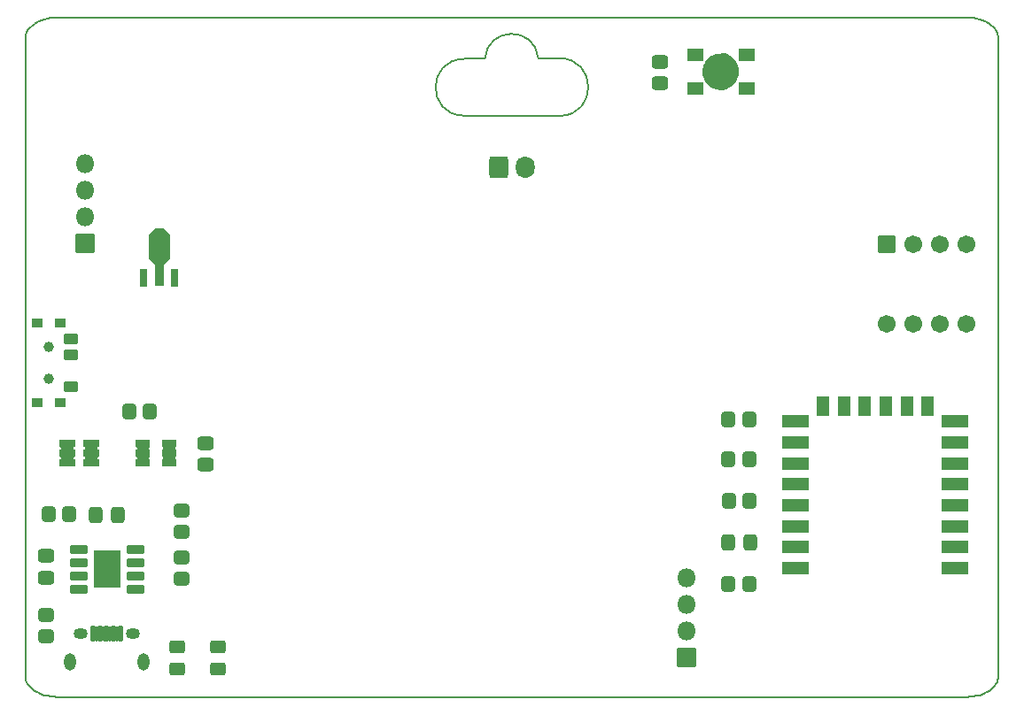
<source format=gbs>
G04 #@! TF.GenerationSoftware,KiCad,Pcbnew,(6.0.0)*
G04 #@! TF.CreationDate,2022-02-16T09:51:19+01:00*
G04 #@! TF.ProjectId,drawing.kicad_v2_pcb,64726177-696e-4672-9e6b-696361645f76,v2.1*
G04 #@! TF.SameCoordinates,Original*
G04 #@! TF.FileFunction,Soldermask,Bot*
G04 #@! TF.FilePolarity,Negative*
%FSLAX46Y46*%
G04 Gerber Fmt 4.6, Leading zero omitted, Abs format (unit mm)*
G04 Created by KiCad (PCBNEW (6.0.0)) date 2022-02-16 09:51:19*
%MOMM*%
%LPD*%
G01*
G04 APERTURE LIST*
G04 Aperture macros list*
%AMRoundRect*
0 Rectangle with rounded corners*
0 $1 Rounding radius*
0 $2 $3 $4 $5 $6 $7 $8 $9 X,Y pos of 4 corners*
0 Add a 4 corners polygon primitive as box body*
4,1,4,$2,$3,$4,$5,$6,$7,$8,$9,$2,$3,0*
0 Add four circle primitives for the rounded corners*
1,1,$1+$1,$2,$3*
1,1,$1+$1,$4,$5*
1,1,$1+$1,$6,$7*
1,1,$1+$1,$8,$9*
0 Add four rect primitives between the rounded corners*
20,1,$1+$1,$2,$3,$4,$5,0*
20,1,$1+$1,$4,$5,$6,$7,0*
20,1,$1+$1,$6,$7,$8,$9,0*
20,1,$1+$1,$8,$9,$2,$3,0*%
%AMFreePoly0*
4,1,17,0.450135,1.735921,1.035921,1.150135,1.050800,1.114214,1.050800,-1.114214,1.035921,-1.150135,0.450135,-1.735921,0.414214,-1.750800,-0.414214,-1.750800,-0.450135,-1.735921,-1.035921,-1.150135,-1.050800,-1.114214,-1.050800,1.114214,-1.035921,1.150135,-0.450135,1.735921,-0.414214,1.750800,0.414214,1.750800,0.450135,1.735921,0.450135,1.735921,$1*%
G04 Aperture macros list end*
G04 #@! TA.AperFunction,Profile*
%ADD10C,0.150000*%
G04 #@! TD*
%ADD11C,0.200000*%
G04 #@! TA.AperFunction,Profile*
%ADD12C,0.200000*%
G04 #@! TD*
%ADD13RoundRect,0.300800X-0.600000X-0.750000X0.600000X-0.750000X0.600000X0.750000X-0.600000X0.750000X0*%
%ADD14O,1.801600X2.101600*%
%ADD15RoundRect,0.050800X0.850000X0.850000X-0.850000X0.850000X-0.850000X-0.850000X0.850000X-0.850000X0*%
%ADD16O,1.801600X1.801600*%
%ADD17RoundRect,0.050800X0.200000X0.675000X-0.200000X0.675000X-0.200000X-0.675000X0.200000X-0.675000X0*%
%ADD18O,1.351600X1.051600*%
%ADD19O,1.101600X1.651600*%
%ADD20RoundRect,0.300800X0.350000X0.450000X-0.350000X0.450000X-0.350000X-0.450000X0.350000X-0.450000X0*%
%ADD21C,1.001600*%
%ADD22RoundRect,0.050800X0.625000X-0.450000X0.625000X0.450000X-0.625000X0.450000X-0.625000X-0.450000X0*%
%ADD23RoundRect,0.050800X0.450000X-0.400000X0.450000X0.400000X-0.450000X0.400000X-0.450000X-0.400000X0*%
%ADD24RoundRect,0.300800X0.450000X-0.350000X0.450000X0.350000X-0.450000X0.350000X-0.450000X-0.350000X0*%
%ADD25RoundRect,0.050800X-0.762500X0.350000X-0.762500X-0.350000X0.762500X-0.350000X0.762500X0.350000X0*%
%ADD26RoundRect,0.050800X-1.256500X-1.701000X1.256500X-1.701000X1.256500X1.701000X-1.256500X1.701000X0*%
%ADD27RoundRect,0.050800X-0.700000X0.300000X-0.700000X-0.300000X0.700000X-0.300000X0.700000X0.300000X0*%
%ADD28RoundRect,0.050800X-0.800000X0.800000X-0.800000X-0.800000X0.800000X-0.800000X0.800000X0.800000X0*%
%ADD29C,1.701600*%
%ADD30RoundRect,0.050800X0.299999X0.799999X-0.299999X0.799999X-0.299999X-0.799999X0.299999X-0.799999X0*%
%ADD31RoundRect,0.050800X0.350000X1.000000X-0.350000X1.000000X-0.350000X-1.000000X0.350000X-1.000000X0*%
%ADD32FreePoly0,180.000000*%
%ADD33RoundRect,0.050800X-1.250000X-0.500000X1.250000X-0.500000X1.250000X0.500000X-1.250000X0.500000X0*%
%ADD34RoundRect,0.050800X-0.500000X-0.900000X0.500000X-0.900000X0.500000X0.900000X-0.500000X0.900000X0*%
%ADD35RoundRect,0.050800X0.750000X0.500000X-0.750000X0.500000X-0.750000X-0.500000X0.750000X-0.500000X0*%
%ADD36RoundRect,0.300800X0.475000X-0.337500X0.475000X0.337500X-0.475000X0.337500X-0.475000X-0.337500X0*%
%ADD37RoundRect,0.300800X-0.450000X0.325000X-0.450000X-0.325000X0.450000X-0.325000X0.450000X0.325000X0*%
%ADD38RoundRect,0.300800X0.337500X0.475000X-0.337500X0.475000X-0.337500X-0.475000X0.337500X-0.475000X0*%
%ADD39RoundRect,0.050800X-0.600000X0.325000X-0.600000X-0.325000X0.600000X-0.325000X0.600000X0.325000X0*%
%ADD40RoundRect,0.050800X-0.850000X-0.850000X0.850000X-0.850000X0.850000X0.850000X-0.850000X0.850000X0*%
%ADD41RoundRect,0.300800X-0.350000X-0.450000X0.350000X-0.450000X0.350000X0.450000X-0.350000X0.450000X0*%
G04 APERTURE END LIST*
D10*
X157096620Y-70834873D02*
X147866620Y-70804873D01*
X147916669Y-65364807D02*
X149926620Y-65364873D01*
X157036620Y-65324874D02*
X155026620Y-65314873D01*
X155026619Y-65314873D02*
G75*
G03*
X149926620Y-65364873I-2548019J-227008D01*
G01*
X147916669Y-65394800D02*
G75*
G03*
X147866620Y-70804873I0J-2705268D01*
G01*
X157096620Y-70834872D02*
G75*
G03*
X157036620Y-65324874I-41644J2754872D01*
G01*
D11*
X199009991Y-124410835D02*
X198994558Y-124617854D01*
X198949252Y-124818762D01*
X198875557Y-125012559D01*
X198774959Y-125198246D01*
X198648943Y-125374823D01*
X198498994Y-125541290D01*
X198326598Y-125696648D01*
X198133240Y-125839897D01*
X197920406Y-125970037D01*
X197689580Y-126086068D01*
X197442248Y-126186991D01*
X197179896Y-126271807D01*
X196904009Y-126339514D01*
X196616072Y-126389115D01*
X196317570Y-126419608D01*
X196009990Y-126429995D01*
X196009990Y-61430000D02*
X196317570Y-61440386D01*
X196616072Y-61470880D01*
X196904009Y-61520480D01*
X197179896Y-61588188D01*
X197442248Y-61673004D01*
X197689580Y-61773927D01*
X197920406Y-61889959D01*
X198133240Y-62020099D01*
X198326598Y-62163348D01*
X198498994Y-62318706D01*
X198648943Y-62485173D01*
X198774959Y-62661750D01*
X198875557Y-62847436D01*
X198949252Y-63041233D01*
X198994558Y-63242140D01*
X199009991Y-63449159D01*
D12*
X109010000Y-61430000D02*
X109010000Y-61430000D01*
D11*
X109010000Y-126429995D02*
X108702419Y-126419608D01*
X108403917Y-126389115D01*
X108115979Y-126339514D01*
X107840092Y-126271807D01*
X107577739Y-126186991D01*
X107330408Y-126086068D01*
X107099582Y-125970037D01*
X106886747Y-125839897D01*
X106693389Y-125696648D01*
X106520992Y-125541290D01*
X106371043Y-125374823D01*
X106245027Y-125198246D01*
X106144429Y-125012559D01*
X106070734Y-124818762D01*
X106025428Y-124617854D01*
X106009996Y-124410835D01*
D12*
X196009990Y-126429995D02*
X109010000Y-126429995D01*
X199009991Y-63449159D02*
X199009991Y-124410835D01*
D11*
X106009996Y-63449159D02*
X106025428Y-63242140D01*
X106070734Y-63041233D01*
X106144429Y-62847436D01*
X106245027Y-62661750D01*
X106371043Y-62485173D01*
X106520992Y-62318706D01*
X106693389Y-62163348D01*
X106886747Y-62020099D01*
X107099582Y-61889959D01*
X107330408Y-61773927D01*
X107577739Y-61673004D01*
X107840092Y-61588188D01*
X108115979Y-61520480D01*
X108403917Y-61470880D01*
X108702419Y-61440386D01*
X109010000Y-61430000D01*
D12*
X106009996Y-124410835D02*
X106009996Y-63449159D01*
X109010000Y-61430000D02*
X196009990Y-61430000D01*
D10*
X157096620Y-70834873D02*
X147866620Y-70804873D01*
X147916669Y-65364807D02*
X149926620Y-65364873D01*
X157036620Y-65324874D02*
X155026620Y-65314873D01*
X155026619Y-65314873D02*
G75*
G03*
X149926620Y-65364873I-2548019J-227008D01*
G01*
X147916669Y-65394800D02*
G75*
G03*
X147866620Y-70804873I0J-2705268D01*
G01*
X157096620Y-70834872D02*
G75*
G03*
X157036620Y-65324874I-41644J2754872D01*
G01*
D11*
X199009991Y-124410835D02*
X198994558Y-124617854D01*
X198949252Y-124818762D01*
X198875557Y-125012559D01*
X198774959Y-125198246D01*
X198648943Y-125374823D01*
X198498994Y-125541290D01*
X198326598Y-125696648D01*
X198133240Y-125839897D01*
X197920406Y-125970037D01*
X197689580Y-126086068D01*
X197442248Y-126186991D01*
X197179896Y-126271807D01*
X196904009Y-126339514D01*
X196616072Y-126389115D01*
X196317570Y-126419608D01*
X196009990Y-126429995D01*
X196009990Y-61430000D02*
X196317570Y-61440386D01*
X196616072Y-61470880D01*
X196904009Y-61520480D01*
X197179896Y-61588188D01*
X197442248Y-61673004D01*
X197689580Y-61773927D01*
X197920406Y-61889959D01*
X198133240Y-62020099D01*
X198326598Y-62163348D01*
X198498994Y-62318706D01*
X198648943Y-62485173D01*
X198774959Y-62661750D01*
X198875557Y-62847436D01*
X198949252Y-63041233D01*
X198994558Y-63242140D01*
X199009991Y-63449159D01*
D12*
X109010000Y-61430000D02*
X109010000Y-61430000D01*
D11*
X109010000Y-126429995D02*
X108702419Y-126419608D01*
X108403917Y-126389115D01*
X108115979Y-126339514D01*
X107840092Y-126271807D01*
X107577739Y-126186991D01*
X107330408Y-126086068D01*
X107099582Y-125970037D01*
X106886747Y-125839897D01*
X106693389Y-125696648D01*
X106520992Y-125541290D01*
X106371043Y-125374823D01*
X106245027Y-125198246D01*
X106144429Y-125012559D01*
X106070734Y-124818762D01*
X106025428Y-124617854D01*
X106009996Y-124410835D01*
D12*
X196009990Y-126429995D02*
X109010000Y-126429995D01*
X199009991Y-63449159D02*
X199009991Y-124410835D01*
D11*
X106009996Y-63449159D02*
X106025428Y-63242140D01*
X106070734Y-63041233D01*
X106144429Y-62847436D01*
X106245027Y-62661750D01*
X106371043Y-62485173D01*
X106520992Y-62318706D01*
X106693389Y-62163348D01*
X106886747Y-62020099D01*
X107099582Y-61889959D01*
X107330408Y-61773927D01*
X107577739Y-61673004D01*
X107840092Y-61588188D01*
X108115979Y-61520480D01*
X108403917Y-61470880D01*
X108702419Y-61440386D01*
X109010000Y-61430000D01*
D12*
X106009996Y-124410835D02*
X106009996Y-63449159D01*
X109010000Y-61430000D02*
X196009990Y-61430000D01*
D13*
X151250000Y-75760000D03*
D14*
X153750000Y-75760000D03*
D15*
X111709200Y-83058000D03*
D16*
X111709200Y-80518000D03*
X111709200Y-77978000D03*
X111709200Y-75438000D03*
D17*
X115076760Y-120398540D03*
X114426760Y-120398540D03*
X113776760Y-120398540D03*
X113126760Y-120398540D03*
X112476760Y-120398540D03*
D18*
X116276760Y-120398540D03*
X111276760Y-120398540D03*
D19*
X117276760Y-123098540D03*
X110276760Y-123098540D03*
D20*
X175218600Y-107645200D03*
X173218600Y-107645200D03*
X110200000Y-108900000D03*
X108200000Y-108900000D03*
D21*
X108264000Y-95962600D03*
X108264000Y-92962600D03*
D22*
X110339000Y-96712600D03*
X110339000Y-93712600D03*
X110339000Y-92212600D03*
D23*
X109364000Y-98262600D03*
X107164000Y-98262600D03*
X107164000Y-90662600D03*
X109364000Y-90662600D03*
D24*
X120900000Y-115100000D03*
X120900000Y-113100000D03*
D25*
X111088000Y-116105000D03*
X111088000Y-114835000D03*
X111088000Y-113565000D03*
X111088000Y-112295000D03*
X116512000Y-112295000D03*
X116512000Y-113565000D03*
X116512000Y-114835000D03*
X116512000Y-116105000D03*
D26*
X113800000Y-114200000D03*
D27*
X110000000Y-104050000D03*
X110000000Y-103100000D03*
X110000000Y-102150000D03*
X112300000Y-104050000D03*
X112300000Y-103100000D03*
X112300000Y-102150000D03*
D28*
X188325600Y-83083400D03*
D29*
X190865600Y-83083400D03*
X193405600Y-83083400D03*
X195945600Y-83083400D03*
X195945600Y-90703400D03*
X193405600Y-90703400D03*
X190865600Y-90703400D03*
X188325600Y-90703400D03*
D20*
X117900000Y-99100000D03*
X115900000Y-99100000D03*
D30*
X120300000Y-86299999D03*
D31*
X118800001Y-86099999D03*
D32*
X118800000Y-83400000D03*
D30*
X117300000Y-86299999D03*
D33*
X179648800Y-114084400D03*
X179648800Y-112084400D03*
X179648800Y-110084400D03*
X179648800Y-108084400D03*
X179648800Y-106084400D03*
X179648800Y-104084400D03*
X179648800Y-102084400D03*
X179648800Y-100084400D03*
D34*
X182248800Y-98584400D03*
X184248800Y-98584400D03*
X186248800Y-98584400D03*
X188248800Y-98584400D03*
X190248800Y-98584400D03*
X192248800Y-98584400D03*
D33*
X194848800Y-100084400D03*
X194848800Y-102084400D03*
X194848800Y-104084400D03*
X194848800Y-106084400D03*
X194848800Y-108084400D03*
X194848800Y-110084400D03*
X194848800Y-112084400D03*
X194848800Y-114084400D03*
D35*
X174916000Y-68198800D03*
X174916000Y-64998800D03*
X170016000Y-64998800D03*
X170016000Y-68198800D03*
D36*
X123200000Y-104237500D03*
X123200000Y-102162500D03*
D20*
X175200000Y-115600000D03*
X173200000Y-115600000D03*
D37*
X120500000Y-121675000D03*
X120500000Y-123725000D03*
D38*
X114837500Y-109000000D03*
X112762500Y-109000000D03*
D24*
X120900000Y-110600000D03*
X120900000Y-108600000D03*
D39*
X117250000Y-104050000D03*
X117250000Y-103100000D03*
X117250000Y-102150000D03*
X119750000Y-102150000D03*
X119750000Y-103100000D03*
X119750000Y-104050000D03*
D36*
X108000000Y-115037500D03*
X108000000Y-112962500D03*
D37*
X124400000Y-121675000D03*
X124400000Y-123725000D03*
D40*
X169195200Y-122645800D03*
D16*
X169195200Y-120105800D03*
X169195200Y-117565800D03*
X169195200Y-115025800D03*
D41*
X173193200Y-103733600D03*
X175193200Y-103733600D03*
X173167800Y-99898200D03*
X175167800Y-99898200D03*
D38*
X175256100Y-111683800D03*
X173181100Y-111683800D03*
D36*
X166640000Y-67727500D03*
X166640000Y-65652500D03*
D24*
X108000000Y-120600000D03*
X108000000Y-118600000D03*
G36*
X172887058Y-64871879D02*
G01*
X173269815Y-65039919D01*
X173270338Y-65040150D01*
X173343978Y-65072879D01*
X173373467Y-65091223D01*
X173650960Y-65322466D01*
X173667490Y-65339078D01*
X173976085Y-65713133D01*
X173997419Y-65750570D01*
X174201815Y-66317306D01*
X174209222Y-66364115D01*
X174190734Y-66937248D01*
X174181353Y-66981056D01*
X173967012Y-67502931D01*
X173948392Y-67534340D01*
X173633552Y-67923259D01*
X173601655Y-67951289D01*
X173120357Y-68247473D01*
X173076471Y-68264202D01*
X172557794Y-68356823D01*
X172522029Y-68358047D01*
X172095233Y-68311656D01*
X172065606Y-68304741D01*
X171581768Y-68127954D01*
X171542489Y-68104824D01*
X171122238Y-67740607D01*
X171100843Y-67716646D01*
X170880016Y-67394606D01*
X170864398Y-67363194D01*
X170764044Y-67062130D01*
X170758476Y-67037298D01*
X170702546Y-66571217D01*
X170704591Y-66529132D01*
X170806985Y-66063704D01*
X170815954Y-66037298D01*
X170953586Y-65743684D01*
X170969473Y-65718217D01*
X171352758Y-65241447D01*
X171394610Y-65207695D01*
X171986178Y-64911911D01*
X172036604Y-64898748D01*
X172830484Y-64861389D01*
X172887058Y-64871879D01*
G37*
G36*
X114017279Y-119691175D02*
G01*
X114031072Y-119700391D01*
X114032195Y-119698711D01*
X114033989Y-119697826D01*
X114035140Y-119698287D01*
X114052711Y-119712969D01*
X114121429Y-119721596D01*
X114169260Y-119698708D01*
X114171254Y-119698862D01*
X114171786Y-119699401D01*
X114172448Y-119700391D01*
X114186241Y-119691174D01*
X114188237Y-119691043D01*
X114189348Y-119692706D01*
X114189015Y-119693948D01*
X114181712Y-119704879D01*
X114177960Y-119723739D01*
X114177960Y-121073341D01*
X114181712Y-121092201D01*
X114189015Y-121103131D01*
X114189146Y-121105127D01*
X114187483Y-121106238D01*
X114186241Y-121105905D01*
X114172448Y-121096689D01*
X114171325Y-121098369D01*
X114169531Y-121099254D01*
X114168380Y-121098793D01*
X114150809Y-121084111D01*
X114082091Y-121075484D01*
X114034260Y-121098372D01*
X114032266Y-121098218D01*
X114031734Y-121097679D01*
X114031072Y-121096689D01*
X114017279Y-121105906D01*
X114015283Y-121106037D01*
X114014172Y-121104374D01*
X114014505Y-121103132D01*
X114021808Y-121092201D01*
X114025560Y-121073341D01*
X114025560Y-119723739D01*
X114021808Y-119704879D01*
X114014505Y-119693949D01*
X114014374Y-119691953D01*
X114016037Y-119690842D01*
X114017279Y-119691175D01*
G37*
G36*
X114667279Y-119691175D02*
G01*
X114681072Y-119700391D01*
X114682195Y-119698711D01*
X114683989Y-119697826D01*
X114685140Y-119698287D01*
X114702711Y-119712969D01*
X114771429Y-119721596D01*
X114819260Y-119698708D01*
X114821254Y-119698862D01*
X114821786Y-119699401D01*
X114822448Y-119700391D01*
X114836241Y-119691174D01*
X114838237Y-119691043D01*
X114839348Y-119692706D01*
X114839015Y-119693948D01*
X114831712Y-119704879D01*
X114827960Y-119723739D01*
X114827960Y-121073341D01*
X114831712Y-121092201D01*
X114839015Y-121103131D01*
X114839146Y-121105127D01*
X114837483Y-121106238D01*
X114836241Y-121105905D01*
X114822448Y-121096689D01*
X114821325Y-121098369D01*
X114819531Y-121099254D01*
X114818380Y-121098793D01*
X114800809Y-121084111D01*
X114732091Y-121075484D01*
X114684260Y-121098372D01*
X114682266Y-121098218D01*
X114681734Y-121097679D01*
X114681072Y-121096689D01*
X114667279Y-121105906D01*
X114665283Y-121106037D01*
X114664172Y-121104374D01*
X114664505Y-121103132D01*
X114671808Y-121092201D01*
X114675560Y-121073341D01*
X114675560Y-119723739D01*
X114671808Y-119704879D01*
X114664505Y-119693949D01*
X114664374Y-119691953D01*
X114666037Y-119690842D01*
X114667279Y-119691175D01*
G37*
G36*
X113367279Y-119691175D02*
G01*
X113381072Y-119700391D01*
X113382195Y-119698711D01*
X113383989Y-119697826D01*
X113385140Y-119698287D01*
X113402711Y-119712969D01*
X113471429Y-119721596D01*
X113519260Y-119698708D01*
X113521254Y-119698862D01*
X113521786Y-119699401D01*
X113522448Y-119700391D01*
X113536241Y-119691174D01*
X113538237Y-119691043D01*
X113539348Y-119692706D01*
X113539015Y-119693948D01*
X113531712Y-119704879D01*
X113527960Y-119723739D01*
X113527960Y-121073341D01*
X113531712Y-121092201D01*
X113539015Y-121103131D01*
X113539146Y-121105127D01*
X113537483Y-121106238D01*
X113536241Y-121105905D01*
X113522448Y-121096689D01*
X113521325Y-121098369D01*
X113519531Y-121099254D01*
X113518380Y-121098793D01*
X113500809Y-121084111D01*
X113432091Y-121075484D01*
X113384260Y-121098372D01*
X113382266Y-121098218D01*
X113381734Y-121097679D01*
X113381072Y-121096689D01*
X113367279Y-121105906D01*
X113365283Y-121106037D01*
X113364172Y-121104374D01*
X113364505Y-121103132D01*
X113371808Y-121092201D01*
X113375560Y-121073341D01*
X113375560Y-119723739D01*
X113371808Y-119704879D01*
X113364505Y-119693949D01*
X113364374Y-119691953D01*
X113366037Y-119690842D01*
X113367279Y-119691175D01*
G37*
G36*
X112717279Y-119691175D02*
G01*
X112731072Y-119700391D01*
X112732195Y-119698711D01*
X112733989Y-119697826D01*
X112735140Y-119698287D01*
X112752711Y-119712969D01*
X112821429Y-119721596D01*
X112869260Y-119698708D01*
X112871254Y-119698862D01*
X112871786Y-119699401D01*
X112872448Y-119700391D01*
X112886241Y-119691174D01*
X112888237Y-119691043D01*
X112889348Y-119692706D01*
X112889015Y-119693948D01*
X112881712Y-119704879D01*
X112877960Y-119723739D01*
X112877960Y-121073341D01*
X112881712Y-121092201D01*
X112889015Y-121103131D01*
X112889146Y-121105127D01*
X112887483Y-121106238D01*
X112886241Y-121105905D01*
X112872448Y-121096689D01*
X112871325Y-121098369D01*
X112869531Y-121099254D01*
X112868380Y-121098793D01*
X112850809Y-121084111D01*
X112782091Y-121075484D01*
X112734260Y-121098372D01*
X112732266Y-121098218D01*
X112731734Y-121097679D01*
X112731072Y-121096689D01*
X112717279Y-121105906D01*
X112715283Y-121106037D01*
X112714172Y-121104374D01*
X112714505Y-121103132D01*
X112721808Y-121092201D01*
X112725560Y-121073341D01*
X112725560Y-119723739D01*
X112721808Y-119704879D01*
X112714505Y-119693949D01*
X112714374Y-119691953D01*
X112716037Y-119690842D01*
X112717279Y-119691175D01*
G37*
G36*
X112989413Y-103449800D02*
G01*
X112989413Y-103451800D01*
X112988071Y-103452762D01*
X112980301Y-103454307D01*
X112918668Y-103486546D01*
X112884394Y-103546730D01*
X112888100Y-103615888D01*
X112928642Y-103672112D01*
X112980244Y-103695679D01*
X112988081Y-103697238D01*
X112989585Y-103698557D01*
X112989195Y-103700519D01*
X112987691Y-103701200D01*
X111612319Y-103701200D01*
X111610587Y-103700200D01*
X111610587Y-103698200D01*
X111611929Y-103697238D01*
X111619699Y-103695693D01*
X111681332Y-103663454D01*
X111715606Y-103603270D01*
X111711900Y-103534112D01*
X111671358Y-103477888D01*
X111619756Y-103454321D01*
X111611919Y-103452762D01*
X111610415Y-103451443D01*
X111610805Y-103449481D01*
X111612309Y-103448800D01*
X112987681Y-103448800D01*
X112989413Y-103449800D01*
G37*
G36*
X110689413Y-103449800D02*
G01*
X110689413Y-103451800D01*
X110688071Y-103452762D01*
X110680301Y-103454307D01*
X110618668Y-103486546D01*
X110584394Y-103546730D01*
X110588100Y-103615888D01*
X110628642Y-103672112D01*
X110680244Y-103695679D01*
X110688081Y-103697238D01*
X110689585Y-103698557D01*
X110689195Y-103700519D01*
X110687691Y-103701200D01*
X109312319Y-103701200D01*
X109310587Y-103700200D01*
X109310587Y-103698200D01*
X109311929Y-103697238D01*
X109319699Y-103695693D01*
X109381332Y-103663454D01*
X109415606Y-103603270D01*
X109411900Y-103534112D01*
X109371358Y-103477888D01*
X109319756Y-103454321D01*
X109311919Y-103452762D01*
X109310415Y-103451443D01*
X109310805Y-103449481D01*
X109312309Y-103448800D01*
X110687681Y-103448800D01*
X110689413Y-103449800D01*
G37*
G36*
X117866447Y-103471509D02*
G01*
X117866837Y-103473471D01*
X117866478Y-103474111D01*
X117823159Y-103525944D01*
X117814526Y-103594660D01*
X117844490Y-103657290D01*
X117865525Y-103675517D01*
X117866179Y-103677407D01*
X117864869Y-103678918D01*
X117863825Y-103678990D01*
X117849801Y-103676200D01*
X116650199Y-103676200D01*
X116635447Y-103679134D01*
X116633553Y-103678491D01*
X116633163Y-103676529D01*
X116633522Y-103675889D01*
X116676841Y-103624056D01*
X116685474Y-103555340D01*
X116655510Y-103492710D01*
X116634475Y-103474483D01*
X116633821Y-103472593D01*
X116635131Y-103471082D01*
X116636175Y-103471010D01*
X116650199Y-103473800D01*
X117849801Y-103473800D01*
X117864553Y-103470866D01*
X117866447Y-103471509D01*
G37*
G36*
X120366447Y-103471509D02*
G01*
X120366837Y-103473471D01*
X120366478Y-103474111D01*
X120323159Y-103525944D01*
X120314526Y-103594660D01*
X120344490Y-103657290D01*
X120365525Y-103675517D01*
X120366179Y-103677407D01*
X120364869Y-103678918D01*
X120363825Y-103678990D01*
X120349801Y-103676200D01*
X119150199Y-103676200D01*
X119135447Y-103679134D01*
X119133553Y-103678491D01*
X119133163Y-103676529D01*
X119133522Y-103675889D01*
X119176841Y-103624056D01*
X119185474Y-103555340D01*
X119155510Y-103492710D01*
X119134475Y-103474483D01*
X119133821Y-103472593D01*
X119135131Y-103471082D01*
X119136175Y-103471010D01*
X119150199Y-103473800D01*
X120349801Y-103473800D01*
X120364553Y-103470866D01*
X120366447Y-103471509D01*
G37*
G36*
X112989413Y-102499800D02*
G01*
X112989413Y-102501800D01*
X112988071Y-102502762D01*
X112980301Y-102504307D01*
X112918668Y-102536546D01*
X112884394Y-102596730D01*
X112888100Y-102665888D01*
X112928642Y-102722112D01*
X112980244Y-102745679D01*
X112988081Y-102747238D01*
X112989585Y-102748557D01*
X112989195Y-102750519D01*
X112987691Y-102751200D01*
X111612319Y-102751200D01*
X111610587Y-102750200D01*
X111610587Y-102748200D01*
X111611929Y-102747238D01*
X111619699Y-102745693D01*
X111681332Y-102713454D01*
X111715606Y-102653270D01*
X111711900Y-102584112D01*
X111671358Y-102527888D01*
X111619756Y-102504321D01*
X111611919Y-102502762D01*
X111610415Y-102501443D01*
X111610805Y-102499481D01*
X111612309Y-102498800D01*
X112987681Y-102498800D01*
X112989413Y-102499800D01*
G37*
G36*
X110689413Y-102499800D02*
G01*
X110689413Y-102501800D01*
X110688071Y-102502762D01*
X110680301Y-102504307D01*
X110618668Y-102536546D01*
X110584394Y-102596730D01*
X110588100Y-102665888D01*
X110628642Y-102722112D01*
X110680244Y-102745679D01*
X110688081Y-102747238D01*
X110689585Y-102748557D01*
X110689195Y-102750519D01*
X110687691Y-102751200D01*
X109312319Y-102751200D01*
X109310587Y-102750200D01*
X109310587Y-102748200D01*
X109311929Y-102747238D01*
X109319699Y-102745693D01*
X109381332Y-102713454D01*
X109415606Y-102653270D01*
X109411900Y-102584112D01*
X109371358Y-102527888D01*
X109319756Y-102504321D01*
X109311919Y-102502762D01*
X109310415Y-102501443D01*
X109310805Y-102499481D01*
X109312309Y-102498800D01*
X110687681Y-102498800D01*
X110689413Y-102499800D01*
G37*
G36*
X117866447Y-102521509D02*
G01*
X117866837Y-102523471D01*
X117866478Y-102524111D01*
X117823159Y-102575944D01*
X117814526Y-102644660D01*
X117844490Y-102707290D01*
X117865525Y-102725517D01*
X117866179Y-102727407D01*
X117864869Y-102728918D01*
X117863825Y-102728990D01*
X117849801Y-102726200D01*
X116650199Y-102726200D01*
X116635447Y-102729134D01*
X116633553Y-102728491D01*
X116633163Y-102726529D01*
X116633522Y-102725889D01*
X116676841Y-102674056D01*
X116685474Y-102605340D01*
X116655510Y-102542710D01*
X116634475Y-102524483D01*
X116633821Y-102522593D01*
X116635131Y-102521082D01*
X116636175Y-102521010D01*
X116650199Y-102523800D01*
X117849801Y-102523800D01*
X117864553Y-102520866D01*
X117866447Y-102521509D01*
G37*
G36*
X120366447Y-102521509D02*
G01*
X120366837Y-102523471D01*
X120366478Y-102524111D01*
X120323159Y-102575944D01*
X120314526Y-102644660D01*
X120344490Y-102707290D01*
X120365525Y-102725517D01*
X120366179Y-102727407D01*
X120364869Y-102728918D01*
X120363825Y-102728990D01*
X120349801Y-102726200D01*
X119150199Y-102726200D01*
X119135447Y-102729134D01*
X119133553Y-102728491D01*
X119133163Y-102726529D01*
X119133522Y-102725889D01*
X119176841Y-102674056D01*
X119185474Y-102605340D01*
X119155510Y-102542710D01*
X119134475Y-102524483D01*
X119133821Y-102522593D01*
X119135131Y-102521082D01*
X119136175Y-102521010D01*
X119150199Y-102523800D01*
X120349801Y-102523800D01*
X120364553Y-102520866D01*
X120366447Y-102521509D01*
G37*
M02*

</source>
